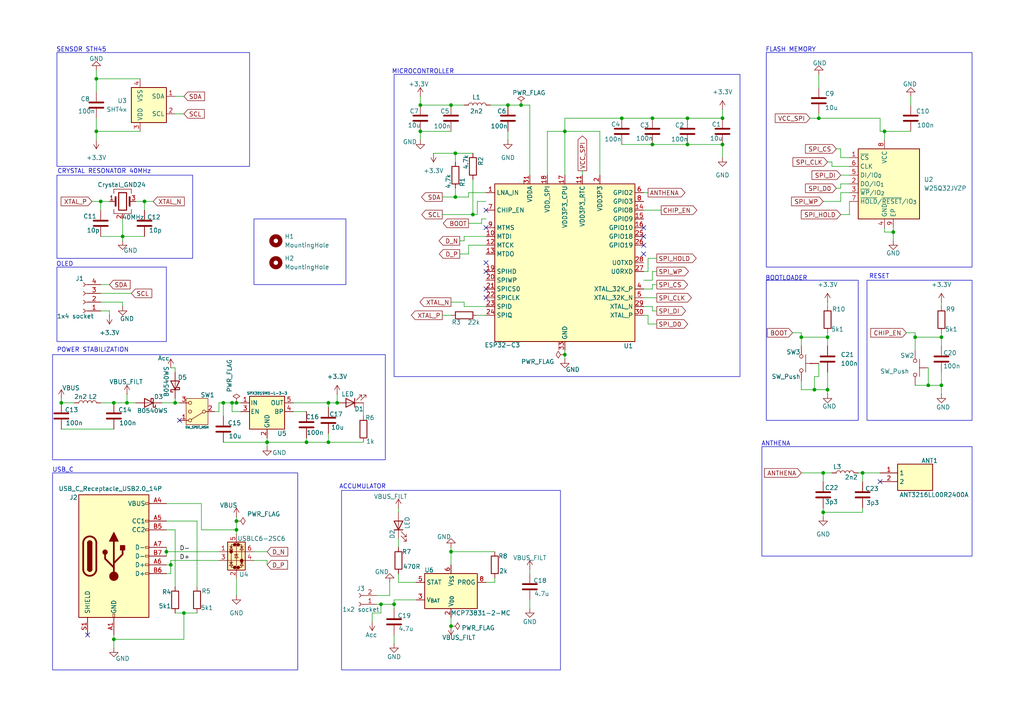
<source format=kicad_sch>
(kicad_sch (version 20250114) (generator "eeschema") (generator_version "9.0")
  (paper "A4")
  (lib_symbols
    (symbol "ANT3216LL00R2400A:ANT3216LL00R2400A"
      (property "Reference" "ANT" (at 16.51 7.62 0))
      (property "Value" "ANT3216LL00R2400A" (at 16.51 5.08 0))
      (symbol "ANT3216LL00R2400A_1_1"
        (pin passive line (at 0 0 0) (length 5.08) (name "1") (number "1"))
        (pin passive line (at 0 -2.54 0) (length 5.08) (name "2") (number "2"))
      )
    )
    (symbol "Battery_Management:MCP73831-2-MC"
      (property "Reference" "U" (at -7.62 6.35 0))
      (property "Value" "MCP73831-2-MC" (at 1.27 6.35 0))
      (symbol "MCP73831-2-MC_1_1"
        (pin input line (at -10.16 -2.54 0) (length 2.54) (name "PROG") (number "8"))
        (pin no_connect line (at -7.62 2.54 0) (length 2.54) (hide yes) (name "NC") (number "7"))
        (pin passive line (at 0 7.62 270) (length 2.54) (hide yes) (name "V_{DD}") (number "1"))
        (pin power_in line (at 0 7.62 270) (length 2.54) (name "V_{DD}") (number "2"))
        (pin power_in line (at 0 -7.62 90) (length 2.54) (name "V_{SS}") (number "6"))
        (pin power_out line (at 10.16 2.54 180) (length 2.54) (name "V_{BAT}") (number "3"))
        (pin passive line (at 10.16 2.54 180) (length 2.54) (hide yes) (name "V_{BAT}") (number "4"))
        (pin tri_state line (at 10.16 -2.54 180) (length 2.54) (name "STAT") (number "5"))
      )
    )
    (symbol "Connector:Conn_01x02_Socket" (pin_names (offset 1.016) (hide yes))
      (property "Reference" "J" (at 0 2.54 0))
      (property "Value" "Conn_01x02_Socket" (at 0 -5.08 0))
      (symbol "Conn_01x02_Socket_1_1"
        (pin passive line (at -5.08 0 0) (length 3.81) (name "Pin_1") (number "1"))
        (pin passive line (at -5.08 -2.54 0) (length 3.81) (name "Pin_2") (number "2"))
      )
    )
    (symbol "Connector:Conn_01x04_Socket" (pin_names (offset 1.016) (hide yes))
      (property "Reference" "J" (at 0 5.08 0))
      (property "Value" "Conn_01x04_Socket" (at 0 -7.62 0))
      (symbol "Conn_01x04_Socket_1_1"
        (pin passive line (at -5.08 2.54 0) (length 3.81) (name "Pin_1") (number "1"))
        (pin passive line (at -5.08 0 0) (length 3.81) (name "Pin_2") (number "2"))
        (pin passive line (at -5.08 -2.54 0) (length 3.81) (name "Pin_3") (number "3"))
        (pin passive line (at -5.08 -5.08 0) (length 3.81) (name "Pin_4") (number "4"))
      )
    )
    (symbol "Connector:USB_C_Receptacle_USB2.0_14P" (pin_names (offset 1.016))
      (property "Reference" "J" (at 0 22.225 0))
      (property "Value" "USB_C_Receptacle_USB2.0_14P" (at 0 19.685 0))
      (symbol "USB_C_Receptacle_USB2.0_14P_1_1"
        (pin passive line (at -7.62 -22.86 90) (length 5.08) (name "SHIELD") (number "S1"))
        (pin passive line (at 0 -22.86 90) (length 5.08) (name "GND") (number "A1"))
        (pin passive line (at 0 -22.86 90) (length 5.08) (hide yes) (name "GND") (number "A12"))
        (pin passive line (at 0 -22.86 90) (length 5.08) (hide yes) (name "GND") (number "B1"))
        (pin passive line (at 0 -22.86 90) (length 5.08) (hide yes) (name "GND") (number "B12"))
        (pin passive line (at 15.24 15.24 180) (length 5.08) (name "VBUS") (number "A4"))
        (pin passive line (at 15.24 15.24 180) (length 5.08) (hide yes) (name "VBUS") (number "A9"))
        (pin passive line (at 15.24 15.24 180) (length 5.08) (hide yes) (name "VBUS") (number "B4"))
        (pin passive line (at 15.24 15.24 180) (length 5.08) (hide yes) (name "VBUS") (number "B9"))
        (pin bidirectional line (at 15.24 10.16 180) (length 5.08) (name "CC1") (number "A5"))
        (pin bidirectional line (at 15.24 7.62 180) (length 5.08) (name "CC2") (number "B5"))
        (pin bidirectional line (at 15.24 2.54 180) (length 5.08) (name "D-") (number "A7"))
        (pin bidirectional line (at 15.24 0 180) (length 5.08) (name "D-") (number "B7"))
        (pin bidirectional line (at 15.24 -2.54 180) (length 5.08) (name "D+") (number "A6"))
        (pin bidirectional line (at 15.24 -5.08 180) (length 5.08) (name "D+") (number "B6"))
      )
    )
    (symbol "Device:C" (pin_numbers (hide yes)) (pin_names (offset 0.254))
      (property "Reference" "C" (at 0.635 2.54 0))
      (property "Value" "C" (at 0.635 -2.54 0))
      (symbol "C_1_1"
        (pin passive line (at 0 3.81 270) (length 2.794) (name "~") (number "1"))
        (pin passive line (at 0 -3.81 90) (length 2.794) (name "~") (number "2"))
      )
    )
    (symbol "Device:Crystal_GND24" (pin_names (offset 1.016) (hide yes))
      (property "Reference" "Y" (at 3.175 5.08 0))
      (property "Value" "Crystal_GND24" (at 3.175 3.175 0))
      (symbol "Crystal_GND24_1_1"
        (pin passive line (at -3.81 0 0) (length 1.27) (name "1") (number "1"))
        (pin passive line (at 0 -5.08 90) (length 1.27) (name "G") (number "2"))
        (pin passive line (at 0 -5.08 90) (length 1.27) (hide yes) (name "G") (number "4"))
        (pin passive line (at 3.81 0 180) (length 1.27) (name "3") (number "3"))
      )
    )
    (symbol "Device:D_Schottky" (pin_numbers (hide yes)) (pin_names (offset 1.016) (hide yes))
      (property "Reference" "D" (at 0 2.54 0))
      (property "Value" "D_Schottky" (at 0 -2.54 0))
      (symbol "D_Schottky_1_1"
        (pin passive line (at -3.81 0 0) (length 2.54) (name "K") (number "1"))
        (pin passive line (at 3.81 0 180) (length 2.54) (name "A") (number "2"))
      )
    )
    (symbol "Device:L" (pin_numbers (hide yes)) (pin_names (offset 1.016) (hide yes))
      (property "Reference" "L" (at -1.27 0 90))
      (property "Value" "L" (at 1.905 0 90))
      (symbol "L_1_1"
        (pin passive line (at 0 3.81 270) (length 1.27) (name "1") (number "1"))
        (pin passive line (at 0 -3.81 90) (length 1.27) (name "2") (number "2"))
      )
    )
    (symbol "Device:LED" (pin_numbers (hide yes)) (pin_names (offset 1.016) (hide yes))
      (property "Reference" "D" (at 0 2.54 0))
      (property "Value" "LED" (at 0 -2.54 0))
      (symbol "LED_1_1"
        (pin passive line (at -3.81 0 0) (length 2.54) (name "K") (number "1"))
        (pin passive line (at 3.81 0 180) (length 2.54) (name "A") (number "2"))
      )
    )
    (symbol "Device:R" (pin_numbers (hide yes)) (pin_names (offset 0))
      (property "Reference" "R" (at 2.032 0 90))
      (property "Value" "R" (at 0 0 90))
      (symbol "R_1_1"
        (pin passive line (at 0 3.81 270) (length 1.27) (name "~") (number "1"))
        (pin passive line (at 0 -3.81 90) (length 1.27) (name "~") (number "2"))
      )
    )
    (symbol "MCU_Espressif:ESP32-C3"
      (property "Reference" "U" (at -17.272 23.876 0))
      (property "Value" "ESP32-C3" (at 16.256 23.876 0))
      (symbol "ESP32-C3_1_1"
        (pin bidirectional line (at -22.86 20.32 0) (length 2.54) (name "GPIO2") (number "6"))
        (pin bidirectional line (at -22.86 17.78 0) (length 2.54) (name "GPIO3") (number "8"))
        (pin bidirectional line (at -22.86 15.24 0) (length 2.54) (name "GPIO8") (number "14"))
        (pin bidirectional line (at -22.86 12.7 0) (length 2.54) (name "GPIO9") (number "15"))
        (pin bidirectional line (at -22.86 10.16 0) (length 2.54) (name "GPIO10") (number "16"))
        (pin bidirectional line (at -22.86 7.62 0) (length 2.54) (name "GPIO18") (number "25"))
        (pin bidirectional line (at -22.86 5.08 0) (length 2.54) (name "GPIO19") (number "26"))
        (pin bidirectional line (at -22.86 0 0) (length 2.54) (name "U0TXD") (number "28"))
        (pin bidirectional line (at -22.86 -2.54 0) (length 2.54) (name "U0RXD") (number "27"))
        (pin bidirectional line (at -22.86 -7.62 0) (length 2.54) (name "XTAL_32K_P") (number "4"))
        (pin bidirectional line (at -22.86 -10.16 0) (length 2.54) (name "XTAL_32K_N") (number "5"))
        (pin bidirectional line (at -22.86 -12.7 0) (length 2.54) (name "XTAL_N") (number "29"))
        (pin bidirectional line (at -22.86 -15.24 0) (length 2.54) (name "XTAL_P") (number "30"))
        (pin power_in line (at -10.16 25.4 270) (length 2.54) (name "VDD3P3") (number "2"))
        (pin passive line (at -10.16 25.4 270) (length 2.54) (hide yes) (name "VDD3P3") (number "3"))
        (pin power_in line (at -5.08 25.4 270) (length 2.54) (name "VDD3P3_RTC") (number "11"))
        (pin power_in line (at 0 25.4 270) (length 2.54) (name "VDD3P3_CPU") (number "17"))
        (pin power_in line (at 0 -25.4 90) (length 2.54) (name "GND") (number "33"))
        (pin power_out line (at 5.08 25.4 270) (length 2.54) (name "VDD_SPI") (number "18"))
        (pin power_in line (at 10.16 25.4 270) (length 2.54) (name "VDDA") (number "31"))
        (pin passive line (at 10.16 25.4 270) (length 2.54) (hide yes) (name "VDDA") (number "32"))
        (pin bidirectional line (at 22.86 20.32 180) (length 2.54) (name "LNA_IN") (number "1"))
        (pin bidirectional line (at 22.86 15.24 180) (length 2.54) (name "CHIP_EN") (number "7"))
        (pin bidirectional line (at 22.86 10.16 180) (length 2.54) (name "MTMS") (number "9"))
        (pin bidirectional line (at 22.86 7.62 180) (length 2.54) (name "MTDI") (number "10"))
        (pin bidirectional line (at 22.86 5.08 180) (length 2.54) (name "MTCK") (number "12"))
        (pin bidirectional line (at 22.86 2.54 180) (length 2.54) (name "MTDO") (number "13"))
        (pin bidirectional line (at 22.86 -2.54 180) (length 2.54) (name "SPIHD") (number "19"))
        (pin bidirectional line (at 22.86 -5.08 180) (length 2.54) (name "SPIWP") (number "20"))
        (pin bidirectional line (at 22.86 -7.62 180) (length 2.54) (name "SPICS0") (number "21"))
        (pin bidirectional line (at 22.86 -10.16 180) (length 2.54) (name "SPICLK") (number "22"))
        (pin bidirectional line (at 22.86 -12.7 180) (length 2.54) (name "SPID") (number "23"))
        (pin bidirectional line (at 22.86 -15.24 180) (length 2.54) (name "SPIQ") (number "24"))
      )
    )
    (symbol "Mechanical:MountingHole" (pin_names (offset 1.016)) (in_bom no)
      (property "Reference" "H" (at 0 5.08 0))
      (property "Value" "MountingHole" (at 0 3.175 0))
    )
    (symbol "Memory_Flash:W25Q32JVZP"
      (property "Reference" "U" (at -6.35 11.43 0))
      (property "Value" "W25Q32JVZP" (at 7.62 11.43 0))
      (symbol "W25Q32JVZP_1_1"
        (pin input line (at -10.16 7.62 0) (length 2.54) (name "~{CS}") (number "1"))
        (pin input line (at -10.16 5.08 0) (length 2.54) (name "CLK") (number "6"))
        (pin bidirectional line (at -10.16 2.54 0) (length 2.54) (name "DI/IO_{0}") (number "5"))
        (pin bidirectional line (at -10.16 0 0) (length 2.54) (name "DO/IO_{1}") (number "2"))
        (pin bidirectional line (at -10.16 -2.54 0) (length 2.54) (name "~{WP}/IO_{2}") (number "3"))
        (pin bidirectional line (at -10.16 -5.08 0) (length 2.54) (name "~{HOLD}/~{RESET}/IO_{3}") (number "7"))
        (pin power_in line (at 0 12.7 270) (length 2.54) (name "VCC") (number "8"))
        (pin power_in line (at 0 -12.7 90) (length 2.54) (name "GND") (number "4"))
        (pin passive line (at 2.54 -12.7 90) (length 2.54) (name "EP") (number "9"))
      )
    )
    (symbol "Power_Protection:USBLC6-2SC6" (pin_names (hide yes))
      (property "Reference" "U" (at 0.635 5.715 0))
      (property "Value" "USBLC6-2SC6" (at 0.635 3.81 0))
      (symbol "USBLC6-2SC6_1_1"
        (pin passive line (at -5.08 0 0) (length 2.54) (name "I/O1") (number "1"))
        (pin passive line (at -5.08 -2.54 0) (length 2.54) (name "I/O2") (number "3"))
        (pin passive line (at 0 5.08 270) (length 2.54) (name "VBUS") (number "5"))
        (pin passive line (at 0 -7.62 90) (length 2.54) (name "GND") (number "2"))
        (pin passive line (at 5.08 0 180) (length 2.54) (name "I/O1") (number "6"))
        (pin passive line (at 5.08 -2.54 180) (length 2.54) (name "I/O2") (number "4"))
      )
    )
    (symbol "Regulator_Linear:SPX3819M5-L-3-3" (pin_names (offset 0.254))
      (property "Reference" "U" (at -3.81 5.715 0))
      (property "Value" "SPX3819M5-L-3-3" (at 0 5.715 0))
      (symbol "SPX3819M5-L-3-3_1_1"
        (pin power_in line (at -7.62 2.54 0) (length 2.54) (name "IN") (number "1"))
        (pin input line (at -7.62 0 0) (length 2.54) (name "EN") (number "3"))
        (pin power_in line (at 0 -7.62 90) (length 2.54) (name "GND") (number "2"))
        (pin power_out line (at 7.62 2.54 180) (length 2.54) (name "OUT") (number "5"))
        (pin input line (at 7.62 0 180) (length 2.54) (name "BP") (number "4"))
      )
    )
    (symbol "SW_Push_1" (pin_numbers (hide yes)) (pin_names (offset 1.016) (hide yes))
      (property "Reference" "SW3" (at -3.302 -4.318 90))
      (property "Value" "SW_Push" (at 3.81 -8.636 90))
      (symbol "SW_Push_1_0_1"
        (pin passive line (at -5.08 0 0) (length 2.54) (name "1") (number "1"))
        (pin passive line (at 5.08 0 180) (length 2.54) (name "2") (number "2"))
      )
      (symbol "SW_Push_1_1_1"
        (pin passive line (at 0 5.08 270) (length 2.54) (name "SH") (number "SH"))
      )
    )
    (symbol "Sensor_Humidity:SHT4x"
      (property "Reference" "U" (at 0 8.89 0))
      (property "Value" "SHT4x" (at 0 6.35 0))
      (symbol "SHT4x_1_1"
        (pin input line (at -7.62 2.54 0) (length 2.54) (name "SCL") (number "2"))
        (pin bidirectional line (at -7.62 -2.54 0) (length 2.54) (name "SDA") (number "1"))
        (pin power_in line (at 2.54 7.62 270) (length 2.54) (name "VDD") (number "3"))
        (pin power_in line (at 2.54 -7.62 90) (length 2.54) (name "VSS") (number "4"))
      )
    )
    (symbol "Switch:SW_Push" (pin_numbers (hide yes)) (pin_names (offset 1.016) (hide yes))
      (property "Reference" "SW2" (at -3.556 -4.318 90))
      (property "Value" "SW_Push" (at 1.016 -10.16 90))
      (symbol "SW_Push_0_1"
        (pin passive line (at -5.08 0 0) (length 2.54) (name "1") (number "1"))
        (pin passive line (at 5.08 0 180) (length 2.54) (name "2") (number "2"))
      )
      (symbol "SW_Push_1_1"
        (pin passive line (at 0 3.81 270) (length 2.54) (name "SH") (number "SH"))
      )
    )
    (symbol "Switch:SW_SPDT_MSM" (pin_names (offset 0) (hide yes))
      (property "Reference" "SW" (at 0 5.08 0))
      (property "Value" "SW_SPDT_MSM" (at 0 -5.08 0))
      (symbol "SW_SPDT_MSM_1_1"
        (pin passive line (at -5.08 0 0) (length 2.54) (name "3") (number "2"))
        (pin passive line (at 5.08 2.54 180) (length 2.54) (name "1") (number "1"))
        (pin passive line (at 5.08 -2.54 180) (length 2.54) (name "4") (number "3"))
      )
    )
    (symbol "power:+3.3V" (power) (pin_numbers (hide yes)) (pin_names (offset 0) (hide yes))
      (property "Value" "+3.3V" (at 0 3.556 0))
      (symbol "+3.3V_1_1"
        (pin power_in line (at 0 0 90) (length 0) (name "~") (number "1"))
      )
    )
    (symbol "power:GND" (power) (pin_numbers (hide yes)) (pin_names (offset 0) (hide yes))
      (property "Value" "GND" (at 0 -3.81 0))
      (symbol "GND_1_1"
        (pin power_in line (at 0 0 270) (length 0) (name "~") (number "1"))
      )
    )
    (symbol "power:PWR_FLAG" (power) (pin_numbers (hide yes)) (pin_names (offset 0) (hide yes))
      (property "Value" "PWR_FLAG" (at 0 3.81 0))
      (symbol "PWR_FLAG_0_0"
        (pin power_out line (at 0 0 90) (length 0) (name "~") (number "1"))
      )
    )
    (symbol "power:VBUS" (power) (pin_numbers (hide yes)) (pin_names (offset 0) (hide yes))
      (property "Value" "VBUS" (at 0 3.556 0))
      (symbol "VBUS_1_1"
        (pin power_in line (at 0 0 90) (length 0) (name "~") (number "1"))
      )
    )
    (symbol "power:VCC" (power) (pin_numbers (hide yes)) (pin_names (offset 0) (hide yes))
      (property "Value" "VCC" (at 0 3.556 0))
      (symbol "VCC_1_1"
        (pin power_in line (at 0 0 90) (length 0) (name "~") (number "1"))
      )
    )
  )
  (rectangle (start 15.24 102.87) (end 111.76 133.35))
  (rectangle (start 16.51 77.47) (end 48.26 99.06))
  (rectangle (start 222.25 81.28) (end 248.92 121.92))
  (rectangle (start 251.46 81.28) (end 281.94 121.92))
  (rectangle (start 16.51 15.24) (end 72.39 48.26))
  (rectangle (start 220.98 129.54) (end 281.94 161.29))
  (rectangle (start 222.25 15.24) (end 281.94 77.47))
  (rectangle (start 16.51 50.8) (end 55.88 74.93))
  (rectangle (start 114.3 21.59) (end 214.63 109.22))
  (rectangle (start 99.06 142.24) (end 162.56 194.31))
  (rectangle (start 15.24 137.16) (end 86.36 194.31))
  (rectangle (start 73.66 63.5) (end 100.33 82.55))
  (text "BOOTLOADER" (at 228.092 80.772 0) (effects (font (size 1.27 1.27))))
  (text "RESET" (at 255.016 80.264 0) (effects (font (size 1.27 1.27))))
  (text "ANTHENA" (at 225.044 128.778 0) (effects (font (size 1.27 1.27))))
  (text "USB_C" (at 18.288 136.398 0) (effects (font (size 1.27 1.27))))
  (text "MICROCONTROLLER" (at 122.682 20.828 0) (effects (font (size 1.27 1.27))))
  (text "CRYSTAL RESONATOR 40MHz" (at 30.226 49.784 0) (effects (font (size 1.27 1.27))))
  (text "OLED" (at 18.796 76.708 0) (effects (font (size 1.27 1.27))))
  (text "FLASH MEMORY" (at 229.362 14.478 0) (effects (font (size 1.27 1.27))))
  (text "POWER STABILIZATION" (at 26.924 101.6 0) (effects (font (size 1.27 1.27))))
  (text "SENSOR STH45" (at 23.622 14.478 0) (effects (font (size 1.27 1.27))))
  (text "ACCUMULATOR" (at 105.156 141.224 0) (effects (font (size 1.27 1.27))))
  (junction (at 189.23 41.91))
  (junction (at 67.31 116.84))
  (junction (at 199.39 34.29))
  (junction (at 35.56 68.58))
  (junction (at 189.23 34.29))
  (junction (at 27.94 22.86))
  (junction (at 137.16 62.23))
  (junction (at 151.13 30.48))
  (junction (at 238.76 148.59))
  (junction (at 130.81 30.48))
  (junction (at 250.19 137.16))
  (junction (at 121.92 30.48))
  (junction (at 209.55 34.29))
  (junction (at 199.39 41.91))
  (junction (at 36.83 116.84))
  (junction (at 88.9 128.27))
  (junction (at 232.41 97.79))
  (junction (at 29.21 58.42))
  (junction (at 240.03 97.79))
  (junction (at 163.83 102.87))
  (junction (at 33.02 116.84))
  (junction (at 48.26 160.02))
  (junction (at 49.53 163.83))
  (junction (at 259.08 67.31))
  (junction (at 97.79 116.84))
  (junction (at 132.08 57.15))
  (junction (at 95.25 116.84))
  (junction (at 236.22 113.03))
  (junction (at 41.91 58.42))
  (junction (at 238.76 137.16))
  (junction (at 147.32 30.48))
  (junction (at 269.24 111.76))
  (junction (at 265.43 97.79))
  (junction (at 17.78 116.84))
  (junction (at 114.3 175.26))
  (junction (at 77.47 128.27))
  (junction (at 110.49 175.26))
  (junction (at 256.54 38.1))
  (junction (at 209.55 41.91))
  (junction (at 130.81 160.02))
  (junction (at 68.58 116.84))
  (junction (at 273.05 97.79))
  (junction (at 64.77 116.84))
  (junction (at 132.08 44.45))
  (junction (at 180.34 34.29))
  (junction (at 27.94 38.1))
  (junction (at 53.34 177.8))
  (junction (at 121.92 38.1))
  (junction (at 237.49 34.29))
  (junction (at 273.05 111.76))
  (junction (at 68.58 151.13))
  (junction (at 130.81 181.61))
  (junction (at 163.83 38.1))
  (junction (at 33.02 185.42))
  (junction (at 240.03 113.03))
  (junction (at 95.25 128.27))
  (junction (at 68.58 153.67))
  (junction (at 50.8 116.84))
  (no_connect (at 186.69 68.58))
  (no_connect (at 140.97 78.74))
  (no_connect (at 140.97 76.2))
  (no_connect (at 186.69 71.12))
  (no_connect (at 140.97 83.82))
  (no_connect (at 52.07 121.92))
  (no_connect (at 186.69 66.04))
  (no_connect (at 140.97 66.04))
  (no_connect (at 255.27 139.7))
  (no_connect (at 140.97 86.36))
  (no_connect (at 140.97 60.96))
  (no_connect (at 25.4 184.15))
  (no_connect (at 186.69 73.66))
  (wire (pts (xy 255.27 38.1) (xy 255.27 34.29)))
  (wire (pts (xy 134.62 68.58) (xy 134.62 69.85)))
  (wire (pts (xy 153.67 173.99) (xy 153.67 176.53)))
  (wire (pts (xy 199.39 34.29) (xy 209.55 34.29)))
  (wire (pts (xy 273.05 96.52) (xy 273.05 97.79)))
  (wire (pts (xy 77.47 127) (xy 77.47 128.27)))
  (wire (pts (xy 139.7 63.5) (xy 140.97 63.5)))
  (wire (pts (xy 259.08 67.31) (xy 259.08 69.85)))
  (wire (pts (xy 137.16 52.07) (xy 137.16 62.23)))
  (wire (pts (xy 139.7 64.77) (xy 139.7 63.5)))
  (wire (pts (xy 237.49 105.41) (xy 237.49 109.22)))
  (wire (pts (xy 255.27 38.1) (xy 256.54 38.1)))
  (wire (pts (xy 255.27 34.29) (xy 237.49 34.29)))
  (wire (pts (xy 73.66 162.56) (xy 77.47 162.56)))
  (wire (pts (xy 265.43 111.76) (xy 269.24 111.76)))
  (wire (pts (xy 40.64 22.86) (xy 27.94 22.86)))
  (wire (pts (xy 17.78 124.46) (xy 33.02 124.46)))
  (wire (pts (xy 246.38 48.26) (xy 241.3 48.26)))
  (wire (pts (xy 163.83 102.87) (xy 163.83 104.14)))
  (wire (pts (xy 232.41 113.03) (xy 232.41 110.49)))
  (wire (pts (xy 269.24 111.76) (xy 273.05 111.76)))
  (wire (pts (xy 180.34 41.91) (xy 189.23 41.91)))
  (wire (pts (xy 189.23 90.17) (xy 190.5 90.17)))
  (wire (pts (xy 115.57 168.91) (xy 120.65 168.91)))
  (wire (pts (xy 50.8 106.68) (xy 50.8 107.95)))
  (wire (pts (xy 107.95 180.34) (xy 107.95 177.8)))
  (wire (pts (xy 273.05 97.79) (xy 273.05 100.33)))
  (wire (pts (xy 63.5 119.38) (xy 63.5 116.84)))
  (wire (pts (xy 189.23 34.29) (xy 199.39 34.29)))
  (wire (pts (xy 140.97 68.58) (xy 134.62 68.58)))
  (wire (pts (xy 132.08 54.61) (xy 132.08 57.15)))
  (wire (pts (xy 115.57 166.37) (xy 115.57 168.91)))
  (wire (pts (xy 248.92 137.16) (xy 250.19 137.16)))
  (wire (pts (xy 63.5 160.02) (xy 48.26 160.02)))
  (wire (pts (xy 209.55 41.91) (xy 209.55 45.72)))
  (wire (pts (xy 135.89 71.12) (xy 135.89 73.66)))
  (wire (pts (xy 256.54 38.1) (xy 256.54 40.64)))
  (wire (pts (xy 77.47 160.02) (xy 73.66 160.02)))
  (wire (pts (xy 85.09 116.84) (xy 95.25 116.84)))
  (wire (pts (xy 135.89 55.88) (xy 140.97 55.88)))
  (wire (pts (xy 27.94 38.1) (xy 27.94 40.64)))
  (wire (pts (xy 130.81 30.48) (xy 134.62 30.48)))
  (wire (pts (xy 39.37 58.42) (xy 41.91 58.42)))
  (wire (pts (xy 140.97 71.12) (xy 135.89 71.12)))
  (wire (pts (xy 186.69 60.96) (xy 191.77 60.96)))
  (wire (pts (xy 158.75 38.1) (xy 158.75 50.8)))
  (wire (pts (xy 243.84 53.34) (xy 243.84 54.61)))
  (wire (pts (xy 109.22 172.72) (xy 113.03 172.72)))
  (wire (pts (xy 50.8 116.84) (xy 52.07 116.84)))
  (wire (pts (xy 180.34 34.29) (xy 189.23 34.29)))
  (wire (pts (xy 36.83 114.3) (xy 36.83 116.84)))
  (wire (pts (xy 243.84 54.61) (xy 242.57 54.61)))
  (wire (pts (xy 48.26 153.67) (xy 50.8 153.67)))
  (wire (pts (xy 243.84 55.88) (xy 246.38 55.88)))
  (wire (pts (xy 147.32 38.1) (xy 147.32 40.64)))
  (wire (pts (xy 31.75 90.17) (xy 31.75 91.44)))
  (wire (pts (xy 189.23 78.74) (xy 189.23 81.28)))
  (wire (pts (xy 163.83 38.1) (xy 163.83 34.29)))
  (wire (pts (xy 114.3 184.15) (xy 114.3 186.69)))
  (wire (pts (xy 77.47 128.27) (xy 88.9 128.27)))
  (wire (pts (xy 50.8 177.8) (xy 53.34 177.8)))
  (wire (pts (xy 246.38 62.23) (xy 243.84 62.23)))
  (wire (pts (xy 237.49 109.22) (xy 236.22 109.22)))
  (wire (pts (xy 168.91 49.53) (xy 168.91 50.8)))
  (wire (pts (xy 62.23 119.38) (xy 63.5 119.38)))
  (wire (pts (xy 53.34 177.8) (xy 53.34 185.42)))
  (wire (pts (xy 250.19 137.16) (xy 255.27 137.16)))
  (wire (pts (xy 63.5 116.84) (xy 64.77 116.84)))
  (wire (pts (xy 163.83 34.29) (xy 180.34 34.29)))
  (wire (pts (xy 173.99 38.1) (xy 173.99 50.8)))
  (wire (pts (xy 50.8 115.57) (xy 50.8 116.84)))
  (wire (pts (xy 33.02 184.15) (xy 33.02 185.42)))
  (wire (pts (xy 50.8 27.94) (xy 53.34 27.94)))
  (wire (pts (xy 57.15 151.13) (xy 57.15 170.18)))
  (wire (pts (xy 26.67 58.42) (xy 29.21 58.42)))
  (wire (pts (xy 27.94 22.86) (xy 27.94 26.67)))
  (wire (pts (xy 240.03 87.63) (xy 240.03 88.9)))
  (wire (pts (xy 246.38 58.42) (xy 246.38 62.23)))
  (wire (pts (xy 240.03 96.52) (xy 240.03 97.79)))
  (wire (pts (xy 135.89 55.88) (xy 135.89 57.15)))
  (wire (pts (xy 121.92 27.94) (xy 121.92 30.48)))
  (wire (pts (xy 48.26 146.05) (xy 58.42 146.05)))
  (wire (pts (xy 35.56 68.58) (xy 35.56 69.85)))
  (wire (pts (xy 130.81 160.02) (xy 130.81 163.83)))
  (wire (pts (xy 33.02 185.42) (xy 33.02 187.96)))
  (wire (pts (xy 48.26 151.13) (xy 57.15 151.13)))
  (wire (pts (xy 105.41 128.27) (xy 95.25 128.27)))
  (wire (pts (xy 48.26 160.02) (xy 48.26 161.29)))
  (wire (pts (xy 50.8 33.02) (xy 53.34 33.02)))
  (wire (pts (xy 273.05 97.79) (xy 265.43 97.79)))
  (wire (pts (xy 243.84 50.8) (xy 246.38 50.8)))
  (wire (pts (xy 113.03 168.91) (xy 113.03 172.72)))
  (wire (pts (xy 120.65 173.99) (xy 114.3 173.99)))
  (wire (pts (xy 27.94 38.1) (xy 27.94 34.29)))
  (wire (pts (xy 189.23 81.28) (xy 186.69 81.28)))
  (wire (pts (xy 189.23 88.9) (xy 186.69 88.9)))
  (wire (pts (xy 232.41 113.03) (xy 236.22 113.03)))
  (wire (pts (xy 232.41 96.52) (xy 232.41 97.79)))
  (wire (pts (xy 35.56 68.58) (xy 41.91 68.58)))
  (wire (pts (xy 238.76 58.42) (xy 243.84 58.42)))
  (wire (pts (xy 110.49 177.8) (xy 110.49 175.26)))
  (wire (pts (xy 264.16 27.94) (xy 264.16 30.48)))
  (wire (pts (xy 236.22 113.03) (xy 240.03 113.03)))
  (wire (pts (xy 29.21 58.42) (xy 29.21 60.96)))
  (wire (pts (xy 163.83 38.1) (xy 173.99 38.1)))
  (wire (pts (xy 41.91 58.42) (xy 41.91 60.96)))
  (wire (pts (xy 186.69 83.82) (xy 189.23 83.82)))
  (wire (pts (xy 109.22 175.26) (xy 110.49 175.26)))
  (wire (pts (xy 140.97 88.9) (xy 134.62 88.9)))
  (wire (pts (xy 142.24 30.48) (xy 147.32 30.48)))
  (wire (pts (xy 29.21 87.63) (xy 35.56 87.63)))
  (wire (pts (xy 264.16 38.1) (xy 256.54 38.1)))
  (wire (pts (xy 189.23 41.91) (xy 199.39 41.91)))
  (wire (pts (xy 67.31 116.84) (xy 68.58 116.84)))
  (wire (pts (xy 243.84 43.18) (xy 242.57 43.18)))
  (wire (pts (xy 63.5 162.56) (xy 49.53 162.56)))
  (wire (pts (xy 138.43 58.42) (xy 140.97 58.42)))
  (wire (pts (xy 29.21 58.42) (xy 31.75 58.42)))
  (wire (pts (xy 243.84 45.72) (xy 243.84 43.18)))
  (wire (pts (xy 121.92 38.1) (xy 130.81 38.1)))
  (wire (pts (xy 236.22 109.22) (xy 236.22 113.03)))
  (wire (pts (xy 64.77 128.27) (xy 77.47 128.27)))
  (wire (pts (xy 17.78 116.84) (xy 21.59 116.84)))
  (wire (pts (xy 95.25 125.73) (xy 95.25 128.27)))
  (wire (pts (xy 29.21 85.09) (xy 38.1 85.09)))
  (wire (pts (xy 232.41 137.16) (xy 238.76 137.16)))
  (wire (pts (xy 33.02 116.84) (xy 36.83 116.84)))
  (wire (pts (xy 240.03 97.79) (xy 232.41 97.79)))
  (wire (pts (xy 241.3 46.99) (xy 240.03 46.99)))
  (wire (pts (xy 135.89 57.15) (xy 132.08 57.15)))
  (wire (pts (xy 58.42 153.67) (xy 68.58 153.67)))
  (wire (pts (xy 243.84 58.42) (xy 243.84 55.88)))
  (wire (pts (xy 234.95 34.29) (xy 237.49 34.29)))
  (wire (pts (xy 29.21 82.55) (xy 31.75 82.55)))
  (wire (pts (xy 187.96 74.93) (xy 187.96 78.74)))
  (wire (pts (xy 237.49 34.29) (xy 237.49 33.02)))
  (wire (pts (xy 238.76 148.59) (xy 238.76 149.86)))
  (wire (pts (xy 189.23 90.17) (xy 189.23 88.9)))
  (wire (pts (xy 35.56 87.63) (xy 35.56 88.9)))
  (wire (pts (xy 114.3 175.26) (xy 114.3 176.53)))
  (wire (pts (xy 64.77 116.84) (xy 67.31 116.84)))
  (wire (pts (xy 125.73 44.45) (xy 132.08 44.45)))
  (wire (pts (xy 190.5 74.93) (xy 187.96 74.93)))
  (wire (pts (xy 273.05 111.76) (xy 273.05 114.3)))
  (wire (pts (xy 265.43 96.52) (xy 265.43 97.79)))
  (wire (pts (xy 132.08 44.45) (xy 132.08 46.99)))
  (wire (pts (xy 250.19 137.16) (xy 250.19 139.7)))
  (wire (pts (xy 187.96 93.98) (xy 187.96 91.44)))
  (wire (pts (xy 250.19 147.32) (xy 250.19 148.59)))
  (wire (pts (xy 85.09 119.38) (xy 88.9 119.38)))
  (wire (pts (xy 237.49 21.59) (xy 237.49 25.4)))
  (wire (pts (xy 134.62 87.63) (xy 130.81 87.63)))
  (wire (pts (xy 238.76 137.16) (xy 241.3 137.16)))
  (wire (pts (xy 187.96 91.44) (xy 186.69 91.44)))
  (wire (pts (xy 29.21 116.84) (xy 33.02 116.84)))
  (wire (pts (xy 29.21 68.58) (xy 35.56 68.58)))
  (wire (pts (xy 256.54 67.31) (xy 259.08 67.31)))
  (wire (pts (xy 115.57 156.21) (xy 115.57 158.75)))
  (wire (pts (xy 48.26 160.02) (xy 48.26 158.75)))
  (wire (pts (xy 35.56 63.5) (xy 35.56 68.58)))
  (wire (pts (xy 241.3 48.26) (xy 241.3 46.99)))
  (wire (pts (xy 151.13 30.48) (xy 153.67 30.48)))
  (wire (pts (xy 29.21 90.17) (xy 31.75 90.17)))
  (wire (pts (xy 262.89 96.52) (xy 265.43 96.52)))
  (wire (pts (xy 69.85 119.38) (xy 67.31 119.38)))
  (wire (pts (xy 186.69 55.88) (xy 187.96 55.88)))
  (wire (pts (xy 269.24 106.68) (xy 269.24 111.76)))
  (wire (pts (xy 49.53 162.56) (xy 49.53 163.83)))
  (wire (pts (xy 53.34 177.8) (xy 57.15 177.8)))
  (wire (pts (xy 41.91 58.42) (xy 44.45 58.42)))
  (wire (pts (xy 121.92 30.48) (xy 130.81 30.48)))
  (wire (pts (xy 137.16 62.23) (xy 138.43 62.23)))
  (wire (pts (xy 49.53 163.83) (xy 48.26 163.83)))
  (wire (pts (xy 121.92 38.1) (xy 121.92 40.64)))
  (wire (pts (xy 158.75 38.1) (xy 163.83 38.1)))
  (wire (pts (xy 88.9 127) (xy 88.9 128.27)))
  (wire (pts (xy 115.57 148.59) (xy 115.57 147.32)))
  (wire (pts (xy 68.58 167.64) (xy 68.58 172.72)))
  (wire (pts (xy 68.58 149.86) (xy 68.58 151.13)))
  (wire (pts (xy 163.83 38.1) (xy 163.83 50.8)))
  (wire (pts (xy 50.8 153.67) (xy 50.8 170.18)))
  (wire (pts (xy 153.67 165.1) (xy 153.67 166.37)))
  (wire (pts (xy 49.53 166.37) (xy 49.53 163.83)))
  (wire (pts (xy 68.58 153.67) (xy 68.58 154.94)))
  (wire (pts (xy 240.03 113.03) (xy 240.03 114.3)))
  (wire (pts (xy 105.41 120.65) (xy 105.41 116.84)))
  (wire (pts (xy 189.23 82.55) (xy 190.5 82.55)))
  (wire (pts (xy 134.62 88.9) (xy 134.62 87.63)))
  (wire (pts (xy 273.05 107.95) (xy 273.05 111.76)))
  (wire (pts (xy 246.38 53.34) (xy 243.84 53.34)))
  (wire (pts (xy 138.43 91.44) (xy 140.97 91.44)))
  (wire (pts (xy 189.23 82.55) (xy 189.23 83.82)))
  (wire (pts (xy 256.54 66.04) (xy 256.54 67.31)))
  (wire (pts (xy 199.39 41.91) (xy 209.55 41.91)))
  (wire (pts (xy 232.41 97.79) (xy 232.41 100.33)))
  (wire (pts (xy 114.3 173.99) (xy 114.3 175.26)))
  (wire (pts (xy 187.96 93.98) (xy 190.5 93.98)))
  (wire (pts (xy 187.96 78.74) (xy 186.69 78.74)))
  (wire (pts (xy 128.27 62.23) (xy 137.16 62.23)))
  (wire (pts (xy 132.08 57.15) (xy 128.27 57.15)))
  (wire (pts (xy 190.5 86.36) (xy 186.69 86.36)))
  (wire (pts (xy 238.76 137.16) (xy 238.76 139.7)))
  (wire (pts (xy 138.43 58.42) (xy 138.43 62.23)))
  (wire (pts (xy 130.81 179.07) (xy 130.81 181.61)))
  (wire (pts (xy 143.51 168.91) (xy 143.51 167.64)))
  (wire (pts (xy 259.08 67.31) (xy 259.08 66.04)))
  (wire (pts (xy 95.25 116.84) (xy 95.25 118.11)))
  (wire (pts (xy 68.58 151.13) (xy 68.58 153.67)))
  (wire (pts (xy 190.5 78.74) (xy 189.23 78.74)))
  (wire (pts (xy 130.81 160.02) (xy 143.51 160.02)))
  (wire (pts (xy 36.83 116.84) (xy 39.37 116.84)))
  (wire (pts (xy 134.62 69.85) (xy 133.35 69.85)))
  (wire (pts (xy 33.02 185.42) (xy 53.34 185.42)))
  (wire (pts (xy 209.55 31.75) (xy 209.55 34.29)))
  (wire (pts (xy 240.03 97.79) (xy 240.03 100.33)))
  (wire (pts (xy 265.43 97.79) (xy 265.43 101.6)))
  (wire (pts (xy 135.89 64.77) (xy 139.7 64.77)))
  (wire (pts (xy 147.32 30.48) (xy 151.13 30.48)))
  (wire (pts (xy 135.89 73.66) (xy 133.35 73.66)))
  (wire (pts (xy 238.76 147.32) (xy 238.76 148.59)))
  (wire (pts (xy 132.08 44.45) (xy 137.16 44.45)))
  (wire (pts (xy 153.67 50.8) (xy 153.67 30.48)))
  (wire (pts (xy 240.03 107.95) (xy 240.03 113.03)))
  (wire (pts (xy 107.95 177.8) (xy 110.49 177.8)))
  (wire (pts (xy 128.27 91.44) (xy 130.81 91.44)))
  (wire (pts (xy 67.31 119.38) (xy 67.31 116.84)))
  (wire (pts (xy 97.79 114.3) (xy 97.79 116.84)))
  (wire (pts (xy 68.58 116.84) (xy 69.85 116.84)))
  (wire (pts (xy 130.81 158.75) (xy 130.81 160.02)))
  (wire (pts (xy 27.94 20.32) (xy 27.94 22.86)))
  (wire (pts (xy 77.47 128.27) (xy 77.47 129.54)))
  (wire (pts (xy 40.64 38.1) (xy 27.94 38.1)))
  (wire (pts (xy 163.83 101.6) (xy 163.83 102.87)))
  (wire (pts (xy 140.97 168.91) (xy 143.51 168.91)))
  (wire (pts (xy 17.78 115.57) (xy 17.78 116.84)))
  (wire (pts (xy 58.42 153.67) (xy 58.42 146.05)))
  (wire (pts (xy 48.26 166.37) (xy 49.53 166.37)))
  (wire (pts (xy 273.05 87.63) (xy 273.05 88.9)))
  (wire (pts (xy 77.47 162.56) (xy 77.47 163.83)))
  (wire (pts (xy 64.77 120.65) (xy 64.77 116.84)))
  (wire (pts (xy 238.76 148.59) (xy 250.19 148.59)))
  (wire (pts (xy 46.99 116.84) (xy 50.8 116.84)))
  (wire (pts (xy 229.87 96.52) (xy 232.41 96.52)))
  (wire (pts (xy 88.9 128.27) (xy 95.25 128.27)))
  (wire (pts (xy 95.25 116.84) (xy 97.79 116.84)))
  (wire (pts (xy 110.49 175.26) (xy 114.3 175.26)))
  (wire (pts (xy 49.53 106.68) (xy 50.8 106.68)))
  (wire (pts (xy 246.38 45.72) (xy 243.84 45.72)))
  (label "D+" (at 52.07 162.56 0))
  (label "D-" (at 52.07 160.02 0))
  (global_label "D_P" (shape input) (at 77.47 163.83 0) (property "Intersheetrefs" "${INTERSHEET_REFS}" (effects (hide yes))))
  (global_label "SDA" (shape input) (at 31.75 82.55 0) (property "Intersheetrefs" "${INTERSHEET_REFS}" (effects (hide yes))))
  (global_label "SDA" (shape input) (at 53.34 27.94 0) (property "Intersheetrefs" "${INTERSHEET_REFS}" (effects (hide yes))))
  (global_label "SPI_CLK" (shape output) (at 190.5 86.36 0) (property "Intersheetrefs" "${INTERSHEET_REFS}" (effects (hide yes))))
  (global_label "BOOT" (shape output) (at 135.89 64.77 180) (property "Intersheetrefs" "${INTERSHEET_REFS}" (effects (hide yes))))
  (global_label "SPI_CS" (shape input) (at 242.57 43.18 180) (property "Intersheetrefs" "${INTERSHEET_REFS}" (effects (hide yes))))
  (global_label "SCL" (shape input) (at 38.1 85.09 0) (property "Intersheetrefs" "${INTERSHEET_REFS}" (effects (hide yes))))
  (global_label "SPI_HOLD" (shape input) (at 243.84 62.23 180) (property "Intersheetrefs" "${INTERSHEET_REFS}" (effects (hide yes))))
  (global_label "SPI_DI" (shape output) (at 190.5 90.17 0) (property "Intersheetrefs" "${INTERSHEET_REFS}" (effects (hide yes))))
  (global_label "SCL" (shape output) (at 128.27 62.23 180) (property "Intersheetrefs" "${INTERSHEET_REFS}" (effects (hide yes))))
  (global_label "VCC_SPI" (shape output) (at 168.91 49.53 90) (property "Intersheetrefs" "${INTERSHEET_REFS}" (effects (hide yes))))
  (global_label "D_N" (shape input) (at 77.47 160.02 0) (property "Intersheetrefs" "${INTERSHEET_REFS}" (effects (hide yes))))
  (global_label "SPI_WP" (shape output) (at 190.5 78.74 0) (property "Intersheetrefs" "${INTERSHEET_REFS}" (effects (hide yes))))
  (global_label "D_N" (shape output) (at 133.35 69.85 180) (property "Intersheetrefs" "${INTERSHEET_REFS}" (effects (hide yes))))
  (global_label "XTAL_N" (shape output) (at 130.81 87.63 180) (property "Intersheetrefs" "${INTERSHEET_REFS}" (effects (hide yes))))
  (global_label "ANTHENA" (shape input) (at 232.41 137.16 180) (property "Intersheetrefs" "${INTERSHEET_REFS}" (effects (hide yes))))
  (global_label "SPI_D0" (shape output) (at 190.5 93.98 0) (property "Intersheetrefs" "${INTERSHEET_REFS}" (effects (hide yes))))
  (global_label "SCL" (shape input) (at 53.34 33.02 0) (property "Intersheetrefs" "${INTERSHEET_REFS}" (effects (hide yes))))
  (global_label "XTAL_N" (shape input) (at 44.45 58.42 0) (property "Intersheetrefs" "${INTERSHEET_REFS}" (effects (hide yes))))
  (global_label "BOOT" (shape input) (at 229.87 96.52 180) (property "Intersheetrefs" "${INTERSHEET_REFS}" (effects (hide yes))))
  (global_label "SDA" (shape output) (at 128.27 57.15 180) (property "Intersheetrefs" "${INTERSHEET_REFS}" (effects (hide yes))))
  (global_label "SPI_HOLD" (shape output) (at 190.5 74.93 0) (property "Intersheetrefs" "${INTERSHEET_REFS}" (effects (hide yes))))
  (global_label "SPI_WP" (shape input) (at 238.76 58.42 180) (property "Intersheetrefs" "${INTERSHEET_REFS}" (effects (hide yes))))
  (global_label "XTAL_P" (shape output) (at 128.27 91.44 180) (property "Intersheetrefs" "${INTERSHEET_REFS}" (effects (hide yes))))
  (global_label "VCC_SPI" (shape input) (at 234.95 34.29 180) (property "Intersheetrefs" "${INTERSHEET_REFS}" (effects (hide yes))))
  (global_label "CHIP_EN" (shape output) (at 191.77 60.96 0) (property "Intersheetrefs" "${INTERSHEET_REFS}" (effects (hide yes))))
  (global_label "D_P" (shape output) (at 133.35 73.66 180) (property "Intersheetrefs" "${INTERSHEET_REFS}" (effects (hide yes))))
  (global_label "SPI_D0" (shape input) (at 242.57 54.61 180) (property "Intersheetrefs" "${INTERSHEET_REFS}" (effects (hide yes))))
  (global_label "SPI_CS" (shape output) (at 190.5 82.55 0) (property "Intersheetrefs" "${INTERSHEET_REFS}" (effects (hide yes))))
  (global_label "CHIP_EN" (shape input) (at 262.89 96.52 180) (property "Intersheetrefs" "${INTERSHEET_REFS}" (effects (hide yes))))
  (global_label "SPI_CLK" (shape input) (at 240.03 46.99 180) (property "Intersheetrefs" "${INTERSHEET_REFS}" (effects (hide yes))))
  (global_label "ANTHENA" (shape output) (at 187.96 55.88 0) (property "Intersheetrefs" "${INTERSHEET_REFS}" (effects (hide yes))))
  (global_label "SPI_DI" (shape input) (at 243.84 50.8 180) (property "Intersheetrefs" "${INTERSHEET_REFS}" (effects (hide yes))))
  (global_label "XTAL_P" (shape input) (at 26.67 58.42 180) (property "Intersheetrefs" "${INTERSHEET_REFS}" (effects (hide yes))))
  (symbol (lib_id "Device:R") (at 105.41 124.46 0) (unit 1)
    (property "Reference" "R6" (at 105.918 121.158 0) (effects (justify left)))
    (property "Value" "1k" (at 106.172 128.016 0) (effects (justify left)))
    (property "Footprint" "Resistor_SMD:R_0402_1005Metric" (effects (hide yes)))
    (property "Description" "Resistor" (effects (hide yes)))
    (property "LCSC" "C173697" (effects (hide yes)))
  )
  (symbol (lib_id "power:GND") (at 35.56 69.85 0) (unit 1)
    (property "Reference" "#PWR014" (effects (hide yes)))
    (property "Value" "GND" (at 37.846 72.644 0))
    (property "Description" "Power symbol creates a global label with name \"GND\" , ground" (effects (hide yes)))
  )
  (symbol (lib_id "Device:L") (at 245.11 137.16 90) (unit 1)
    (property "Reference" "L3" (at 242.824 135.382 90))
    (property "Value" "2n2" (at 246.888 138.43 90))
    (property "Footprint" "Inductor_SMD:L_0402_1005Metric" (effects (hide yes)))
    (property "Description" "Inductor" (effects (hide yes)))
    (property "LCSC" "C76790" (effects (hide yes)))
  )
  (symbol (lib_id "power:GND") (at 113.03 168.91 180) (unit 1)
    (property "Reference" "#PWR024" (effects (hide yes)))
    (property "Value" "GND" (at 110.744 165.862 0))
    (property "Description" "Power symbol creates a global label with name \"GND\" , ground" (effects (hide yes)))
  )
  (symbol (lib_id "power:GND") (at 264.16 27.94 180) (unit 1)
    (property "Reference" "#PWR09" (effects (hide yes)))
    (property "Value" "GND" (at 263.906 24.384 0))
    (property "Description" "Power symbol creates a global label with name \"GND\" , ground" (effects (hide yes)))
  )
  (symbol (lib_id "Device:C") (at 17.78 120.65 0) (unit 1)
    (property "Reference" "C13" (at 18.796 118.872 0) (effects (justify left)))
    (property "Value" "100n" (at 19.05 122.682 0) (effects (justify left)))
    (property "Footprint" "Capacitor_SMD:C_0402_1005Metric" (effects (hide yes)))
    (property "Description" "Unpolarized capacitor" (effects (hide yes)))
    (property "LCSC" "C1525" (effects (hide yes)))
  )
  (symbol (lib_id "Switch:SW_Push") (at 265.43 106.68 270) (unit 1)
    (property "Reference" "SW2" (at 261.112 103.124 90) (effects (justify left)))
    (property "Value" "SW_Push" (at 255.27 107.696 90) (effects (justify left)))
    (property "Footprint" "Button_Switch_SMD:SW_Push_1P1T-SH_NO_CK_KMR2xxG" (effects (hide yes)))
    (property "Description" "Push button switch, generic, two pins" (effects (hide yes)))
    (property "LCSC" "C72443" (effects (hide yes)))
  )
  (symbol (lib_id "power:VBUS") (at 36.83 114.3 0) (unit 1)
    (property "Reference" "#PWR020" (effects (hide yes)))
    (property "Value" "VBUS_FILT" (at 36.576 110.744 0))
    (property "Description" "Power symbol creates a global label with name \"VBUS\"" (effects (hide yes)))
  )
  (symbol (lib_id "Connector:Conn_01x04_Socket") (at 24.13 87.63 180) (unit 1) (in_bom no)
    (property "Reference" "J1" (at 23.114 80.772 0))
    (property "Value" "1x4 socket" (at 21.844 91.694 0))
    (property "Footprint" "Connector_PinSocket_2.54mm:PinSocket_1x04_P2.54mm_Vertical" (effects (hide yes)))
    (property "Description" "Generic connector, single row, 01x04, script generated" (effects (hide yes)))
  )
  (symbol (lib_id "Device:C") (at 121.92 34.29 180) (unit 1)
    (property "Reference" "C7" (at 120.142 32.258 0))
    (property "Value" "10u" (at 120.142 36.322 0))
    (property "Footprint" "Capacitor_SMD:C_0402_1005Metric" (effects (hide yes)))
    (property "Description" "Unpolarized capacitor" (effects (hide yes)))
    (property "LCSC" "C15525" (effects (hide yes)))
  )
  (symbol (lib_id "Device:C") (at 33.02 120.65 0) (unit 1)
    (property "Reference" "C14" (at 34.29 118.872 0) (effects (justify left)))
    (property "Value" "100n" (at 34.544 122.682 0) (effects (justify left)))
    (property "Footprint" "Capacitor_SMD:C_0402_1005Metric" (effects (hide yes)))
    (property "Description" "Unpolarized capacitor" (effects (hide yes)))
    (property "LCSC" "C1525" (effects (hide yes)))
  )
  (symbol (lib_id "Device:C") (at 237.49 29.21 0) (unit 1)
    (property "Reference" "C9" (at 239.268 27.178 0) (effects (justify left)))
    (property "Value" "10u" (at 239.268 31.242 0) (effects (justify left)))
    (property "Footprint" "Capacitor_SMD:C_0402_1005Metric" (effects (hide yes)))
    (property "Description" "Unpolarized capacitor" (effects (hide yes)))
    (property "LCSC" "C15525" (effects (hide yes)))
  )
  (symbol (lib_id "Power_Protection:USBLC6-2SC6") (at 68.58 160.02 0) (unit 1)
    (property "Reference" "U4" (at 69.342 166.624 0) (effects (justify left)))
    (property "Value" "USBLC6-2SC6" (at 68.834 156.21 0) (effects (justify left)))
    (property "Footprint" "Package_TO_SOT_SMD:SOT-23-6" (effects (hide yes)))
    (property "Datasheet" "https://www.st.com/resource/en/datasheet/usblc6-2.pdf" (effects (hide yes)))
    (property "Description" "Very low capacitance ESD protection diode, 2 data-line, SOT-23-6" (effects (hide yes)))
    (property "LCSC" "C7519" (effects (hide yes)))
  )
  (symbol (lib_id "Memory_Flash:W25Q32JVZP") (at 256.54 53.34 0) (unit 1)
    (property "Reference" "U2" (at 267.97 52.0699 0) (effects (justify left)))
    (property "Value" "W25Q32JVZP" (at 267.97 54.6099 0) (effects (justify left)))
    (property "Footprint" "Package_SON:WSON-8-1EP_6x5mm_P1.27mm_EP3.4x4.3mm" (effects (hide yes)))
    (property "Datasheet" "http://www.winbond.com/resource-files/w25q32jv%20revg%2003272018%20plus.pdf" (effects (hide yes)))
    (property "Description" "32Mbit / 4MiB Serial Flash Memory, Standard/Dual/Quad SPI, 2.7-3.6V, WSON-8" (effects (hide yes)))
    (property "LCSC" "C571260" (effects (hide yes)))
  )
  (symbol (lib_id "power:VBUS") (at 130.81 181.61 180) (unit 1)
    (property "Reference" "#PWR025" (effects (hide yes)))
    (property "Value" "VBUS_FILT" (at 133.096 184.912 0))
    (property "Description" "Power symbol creates a global label with name \"VBUS\"" (effects (hide yes)))
  )
  (symbol (lib_id "Switch:SW_SPDT_MSM") (at 57.15 119.38 180) (unit 1)
    (property "Reference" "SW1" (at 60.198 114.554 0))
    (property "Value" "SW_SPDT_MSM" (at 57.15 123.952 0) (effects (font (size 0.635 0.635))))
    (property "Footprint" "Button_Switch_SMD:SW_SPDT_Shouhan_MSK12C02" (effects (hide yes)))
    (property "Description" "Switch, single pole double throw, center OFF position" (effects (hide yes)))
    (property "LCSC" "C2681566" (effects (hide yes)))
  )
  (symbol (lib_id "Device:R") (at 143.51 163.83 0) (unit 1)
    (property "Reference" "R8" (at 144.526 161.29 0) (effects (justify left)))
    (property "Value" "2k" (at 144.78 165.608 0) (effects (justify left)))
    (property "Footprint" "Resistor_SMD:R_0402_1005Metric" (effects (hide yes)))
    (property "Description" "Resistor" (effects (hide yes)))
    (property "LCSC" "C22369189" (effects (hide yes)))
  )
  (symbol (lib_id "Device:C") (at 199.39 38.1 180) (unit 1)
    (property "Reference" "C2" (at 197.104 36.322 0))
    (property "Value" "100n" (at 197.104 40.386 0))
    (property "Footprint" "Capacitor_SMD:C_0402_1005Metric" (effects (hide yes)))
    (property "Description" "Unpolarized capacitor" (effects (hide yes)))
    (property "LCSC" "C1525" (effects (hide yes)))
  )
  (symbol (lib_id "Device:L") (at 138.43 30.48 90) (unit 1)
    (property "Reference" "L1" (at 138.176 28.194 90))
    (property "Value" "2n2" (at 138.176 32.258 90))
    (property "Footprint" "Inductor_SMD:L_0402_1005Metric" (effects (hide yes)))
    (property "Description" "Inductor" (effects (hide yes)))
    (property "LCSC" "C76790" (effects (hide yes)))
  )
  (symbol (lib_id "power:GND") (at 77.47 129.54 0) (unit 1)
    (property "Reference" "#PWR021" (effects (hide yes)))
    (property "Value" "GND" (at 81.026 131.318 0))
    (property "Description" "Power symbol creates a global label with name \"GND\" , ground" (effects (hide yes)))
  )
  (symbol (lib_id "power:GND") (at 68.58 172.72 0) (unit 1)
    (property "Reference" "#PWR019" (effects (hide yes)))
    (property "Value" "GND" (at 68.58 177.8 0))
    (property "Description" "Power symbol creates a global label with name \"GND\" , ground" (effects (hide yes)))
  )
  (symbol (lib_id "Device:C") (at 88.9 123.19 0) (unit 1)
    (property "Reference" "C16" (at 88.646 120.904 0) (effects (justify left)))
    (property "Value" "100n" (at 88.9 125.476 0) (effects (justify left)))
    (property "Footprint" "Capacitor_SMD:C_0402_1005Metric" (effects (hide yes)))
    (property "Description" "Unpolarized capacitor" (effects (hide yes)))
    (property "LCSC" "C1525" (effects (hide yes)))
  )
  (symbol (lib_id "power:VCC") (at 49.53 106.68 0) (unit 1)
    (property "Reference" "#PWR032" (effects (hide yes)))
    (property "Value" "Acc" (at 47.498 103.886 0))
    (property "Description" "Power symbol creates a global label with name \"VCC\"" (effects (hide yes)))
  )
  (symbol (lib_id "Mechanical:MountingHole") (at 80.01 76.2 0) (unit 1) (in_bom no)
    (property "Reference" "H2" (at 82.55 74.9299 0) (effects (justify left)))
    (property "Value" "MountingHole" (at 82.55 77.4699 0) (effects (justify left)))
    (property "Footprint" "MountingHole:MountingHole_2.7mm" (effects (hide yes)))
    (property "Description" "Mounting Hole without connection" (effects (hide yes)))
  )
  (symbol (lib_id "power:PWR_FLAG") (at 130.81 181.61 270) (unit 1)
    (property "Reference" "#FLG04" (effects (hide yes)))
    (property "Value" "PWR_FLAG" (at 133.858 182.118 90) (effects (justify left)))
    (property "Description" "Special symbol for telling ERC where power comes from" (effects (hide yes)))
  )
  (symbol (lib_id "Device:C") (at 95.25 121.92 0) (unit 1)
    (property "Reference" "C17" (at 95.504 120.142 0) (effects (justify left)))
    (property "Value" "10u" (at 96.012 123.952 0) (effects (justify left)))
    (property "Footprint" "Capacitor_SMD:C_0402_1005Metric" (effects (hide yes)))
    (property "Description" "Unpolarized capacitor" (effects (hide yes)))
    (property "LCSC" "C15525" (effects (hide yes)))
  )
  (symbol (lib_id "power:+3.3V") (at 273.05 87.63 0) (unit 1)
    (property "Reference" "#PWR03" (effects (hide yes)))
    (property "Value" "+3.3V" (at 273.05 82.55 0))
    (property "Description" "Power symbol creates a global label with name \"+3.3V\"" (effects (hide yes)))
  )
  (symbol (lib_id "Battery_Management:MCP73831-2-MC") (at 130.81 171.45 180) (unit 1)
    (property "Reference" "U6" (at 124.46 165.354 0))
    (property "Value" "MCP73831-2-MC" (at 139.446 177.8 0))
    (property "Footprint" "Package_DFN_QFN:DFN-8-1EP_3x2mm_P0.5mm_EP1.7x1.4mm" (effects (hide yes)))
    (property "Datasheet" "http://ww1.microchip.com/downloads/en/DeviceDoc/20001984g.pdf" (effects (hide yes)))
    (property "Description" "Single cell, Li-Ion/Li-Po charge management controller, 4.20V, Tri-State Status Output, in DFN-8 package" (effects (hide yes)))
    (property "LCSC" "C150772" (effects (hide yes)))
  )
  (symbol (lib_id "Connector:USB_C_Receptacle_USB2.0_14P") (at 33.02 161.29 0) (unit 1)
    (property "Reference" "J2" (at 21.336 144.272 0))
    (property "Value" "USB_C_Receptacle_USB2.0_14P" (at 32.004 141.732 0))
    (property "Footprint" "Connector_USB:USB_C_Receptacle_HRO_TYPE-C-31-M-12" (effects (hide yes)))
    (property "Datasheet" "https://www.usb.org/sites/default/files/documents/usb_type-c.zip" (effects (hide yes)))
    (property "Description" "USB 2.0-only 14P Type-C Receptacle connector" (effects (hide yes)))
    (property "LCSC" "C165948" (effects (hide yes)))
  )
  (symbol (lib_id "Device:R") (at 137.16 48.26 0) (unit 1)
    (property "Reference" "R2" (at 139.446 46.736 90))
    (property "Value" "4.7k" (at 135.128 46.99 90))
    (property "Footprint" "Resistor_SMD:R_0402_1005Metric" (effects (hide yes)))
    (property "Description" "Resistor" (effects (hide yes)))
    (property "LCSC" "C174177" (effects (hide yes)))
  )
  (symbol (lib_id "power:GND") (at 163.83 104.14 0) (unit 1)
    (property "Reference" "#PWR012" (effects (hide yes)))
    (property "Value" "GND" (at 166.116 107.188 0))
    (property "Description" "Power symbol creates a global label with name \"GND\" , ground" (effects (hide yes)))
  )
  (symbol (lib_id "Device:L") (at 25.4 116.84 90) (unit 1)
    (property "Reference" "L2" (at 26.924 115.062 90))
    (property "Value" "2n2" (at 23.368 115.062 90))
    (property "Footprint" "Inductor_SMD:L_0402_1005Metric" (effects (hide yes)))
    (property "Description" "Inductor" (effects (hide yes)))
    (property "LCSC" "C76790" (effects (hide yes)))
  )
  (symbol (lib_id "Device:R") (at 134.62 91.44 90) (unit 1)
    (property "Reference" "R3" (at 132.334 93.472 90))
    (property "Value" "22k" (at 137.414 93.472 90))
    (property "Footprint" "Resistor_SMD:R_0402_1005Metric" (effects (hide yes)))
    (property "Description" "Resistor" (effects (hide yes)))
    (property "LCSC" "C25547" (effects (hide yes)))
  )
  (symbol (lib_id "Device:C") (at 64.77 124.46 0) (unit 1)
    (property "Reference" "C15" (at 66.04 122.682 0) (effects (justify left)))
    (property "Value" "10u" (at 66.294 126.492 0) (effects (justify left)))
    (property "Footprint" "Capacitor_SMD:C_0402_1005Metric" (effects (hide yes)))
    (property "Description" "Unpolarized capacitor" (effects (hide yes)))
    (property "LCSC" "C15525" (effects (hide yes)))
  )
  (symbol (lib_id "power:GND") (at 153.67 176.53 0) (unit 1)
    (property "Reference" "#PWR028" (effects (hide yes)))
    (property "Value" "GND" (at 153.67 180.34 0))
    (property "Description" "Power symbol creates a global label with name \"GND\" , ground" (effects (hide yes)))
  )
  (symbol (lib_id "power:GND") (at 114.3 186.69 0) (unit 1)
    (property "Reference" "#PWR029" (effects (hide yes)))
    (property "Value" "GND" (at 114.3 190.5 0))
    (property "Description" "Power symbol creates a global label with name \"GND\" , ground" (effects (hide yes)))
  )
  (symbol (lib_id "Device:C") (at 147.32 34.29 180) (unit 1)
    (property "Reference" "C6" (at 145.542 32.258 0))
    (property "Value" "100n" (at 144.78 36.576 0))
    (property "Footprint" "Capacitor_SMD:C_0402_1005Metric" (effects (hide yes)))
    (property "Description" "Unpolarized capacitor" (effects (hide yes)))
    (property "LCSC" "C1525" (effects (hide yes)))
  )
  (symbol (lib_id "power:PWR_FLAG") (at 151.13 30.48 0) (unit 1)
    (property "Reference" "#FLG03" (effects (hide yes)))
    (property "Value" "PWR_FLAG" (at 148.59 26.924 0) (effects (justify left)))
    (property "Description" "Special symbol for telling ERC where power comes from" (effects (hide yes)))
  )
  (symbol (lib_id "power:GND") (at 237.49 21.59 180) (unit 1)
    (property "Reference" "#PWR08" (effects (hide yes)))
    (property "Value" "GND" (at 237.744 18.288 0))
    (property "Description" "Power symbol creates a global label with name \"GND\" , ground" (effects (hide yes)))
  )
  (symbol (lib_id "Device:LED") (at 115.57 152.4 90) (unit 1)
    (property "Reference" "D2" (at 113.792 154.94 0))
    (property "Value" "LED" (at 118.11 151.638 0))
    (property "Footprint" "LED_SMD:LED_0402_1005Metric" (effects (hide yes)))
    (property "Description" "Light emitting diode" (effects (hide yes)))
    (property "Sim.Pins" "1=K 2=A" (effects (hide yes)))
    (property "LCSC" "C74338" (effects (hide yes)))
  )
  (symbol (lib_id "power:PWR_FLAG") (at 163.83 102.87 90) (unit 1)
    (property "Reference" "#FLG01" (effects (hide yes)))
    (property "Value" "PWR_FLAG" (at 160.782 104.902 90) (effects (justify left)))
    (property "Description" "Special symbol for telling ERC where power comes from" (effects (hide yes)))
  )
  (symbol (lib_id "Device:C") (at 114.3 180.34 0) (unit 1)
    (property "Reference" "C19" (at 115.316 178.562 0) (effects (justify left)))
    (property "Value" "4.7u" (at 115.57 182.372 0) (effects (justify left)))
    (property "Footprint" "Capacitor_SMD:C_0402_1005Metric" (effects (hide yes)))
    (property "Description" "Unpolarized capacitor" (effects (hide yes)))
    (property "LCSC" "C23687" (effects (hide yes)))
  )
  (symbol (lib_id "power:+3.3V") (at 121.92 27.94 0) (unit 1)
    (property "Reference" "#PWR04" (effects (hide yes)))
    (property "Value" "+3.3V" (at 121.412 24.384 0))
    (property "Description" "Power symbol creates a global label with name \"+3.3V\"" (effects (hide yes)))
  )
  (symbol (lib_id "Device:R") (at 273.05 92.71 0) (unit 1)
    (property "Reference" "R9" (at 274.32 89.662 0) (effects (justify left)))
    (property "Value" "5k1" (at 274.066 95.504 0) (effects (justify left)))
    (property "Footprint" "Resistor_SMD:R_0402_1005Metric" (effects (hide yes)))
    (property "Description" "Resistor" (effects (hide yes)))
    (property "LCSC" "C22356228" (effects (hide yes)))
  )
  (symbol (lib_id "Device:R") (at 50.8 173.99 0) (unit 1)
    (property "Reference" "R4" (at 46.99 171.704 0) (effects (justify left)))
    (property "Value" "5k1" (at 45.974 175.768 0) (effects (justify left)))
    (property "Footprint" "Resistor_SMD:R_0402_1005Metric" (effects (hide yes)))
    (property "Description" "Resistor" (effects (hide yes)))
    (property "LCSC" "C22356228 " (effects (hide yes)))
  )
  (symbol (lib_id "power:+3.3V") (at 125.73 44.45 180) (unit 1)
    (property "Reference" "#PWR033" (effects (hide yes)))
    (property "Value" "+3.3V" (at 125.73 49.53 0))
    (property "Description" "Power symbol creates a global label with name \"+3.3V\"" (effects (hide yes)))
  )
  (symbol (lib_id "Mechanical:MountingHole") (at 80.01 69.85 0) (unit 1) (in_bom no)
    (property "Reference" "H1" (at 82.55 68.5799 0) (effects (justify left)))
    (property "Value" "MountingHole" (at 82.55 71.1199 0) (effects (justify left)))
    (property "Footprint" "MountingHole:MountingHole_2.7mm" (effects (hide yes)))
    (property "Description" "Mounting Hole without connection" (effects (hide yes)))
  )
  (symbol (lib_id "Connector:Conn_01x02_Socket") (at 104.14 175.26 180) (unit 1) (in_bom no)
    (property "Reference" "J3" (at 104.648 170.688 0))
    (property "Value" "1x2 socket" (at 104.648 176.784 0))
    (property "Footprint" "Connector_PinSocket_2.54mm:PinSocket_1x02_P2.54mm_Vertical" (effects (hide yes)))
    (property "Description" "Generic connector, single row, 01x02, script generated" (effects (hide yes)))
  )
  (symbol (lib_id "power:VBUS") (at 68.58 149.86 0) (unit 1)
    (property "Reference" "#PWR018" (effects (hide yes)))
    (property "Value" "VBUS" (at 66.294 146.558 0))
    (property "Description" "Power symbol creates a global label with name \"VBUS\"" (effects (hide yes)))
  )
  (symbol (lib_id "power:VBUS") (at 17.78 115.57 0) (unit 1)
    (property "Reference" "#PWR030" (effects (hide yes)))
    (property "Value" "VBUS" (at 20.574 112.522 0))
    (property "Description" "Power symbol creates a global label with name \"VBUS\"" (effects (hide yes)))
  )
  (symbol (lib_id "power:+3.3V") (at 31.75 91.44 180) (unit 1)
    (property "Reference" "#PWR015" (effects (hide yes)))
    (property "Value" "+3.3V" (at 31.75 96.52 0))
    (property "Description" "Power symbol creates a global label with name \"+3.3V\"" (effects (hide yes)))
  )
  (symbol (lib_id "Device:C") (at 29.21 64.77 0) (unit 1)
    (property "Reference" "C11" (at 24.13 62.738 0) (effects (justify left)))
    (property "Value" "10p" (at 25.146 66.802 0) (effects (justify left)))
    (property "Footprint" "Capacitor_SMD:C_0402_1005Metric" (effects (hide yes)))
    (property "Description" "Unpolarized capacitor" (effects (hide yes)))
    (property "LCSC" "C1545" (effects (hide yes)))
  )
  (symbol (lib_id "power:GND") (at 27.94 20.32 180) (unit 1)
    (property "Reference" "#PWR07" (effects (hide yes)))
    (property "Value" "GND" (at 27.94 17.018 0))
    (property "Description" "Power symbol creates a global label with name \"GND\" , ground" (effects (hide yes)))
  )
  (symbol (lib_id "power:VCC") (at 107.95 180.34 180) (unit 1)
    (property "Reference" "#PWR031" (effects (hide yes)))
    (property "Value" "Acc" (at 107.696 184.15 0))
    (property "Description" "Power symbol creates a global label with name \"VCC\"" (effects (hide yes)))
  )
  (symbol (lib_id "Device:C") (at 273.05 104.14 0) (unit 1)
    (property "Reference" "C20" (at 273.558 102.362 0) (effects (justify left)))
    (property "Value" "100n" (at 273.558 106.172 0) (effects (justify left)))
    (property "Footprint" "Capacitor_SMD:C_0402_1005Metric" (effects (hide yes)))
    (property "Description" "Unpolarized capacitor" (effects (hide yes)))
    (property "LCSC" "C1525" (effects (hide yes)))
  )
  (symbol (lib_id "MCU_Espressif:ESP32-C3") (at 163.83 76.2 0) (mirror y) (unit 1)
    (property "Reference" "U1" (at 183.642 100.33 0) (effects (justify left)))
    (property "Value" "ESP32-C3" (at 150.876 100.076 0) (effects (justify left)))
    (property "Footprint" "Package_DFN_QFN:QFN-32-1EP_5x5mm_P0.5mm_EP3.7x3.7mm" (effects (hide yes)))
    (property "Datasheet" "https://www.espressif.com/sites/default/files/documentation/esp32-c3_datasheet_en.pdf" (effects (hide yes)))
    (property "Description" "RF Module, ESP32 SoC, RISC-V, WiFi 802.11b/n/g, Bluetooth LE 5, QFN32" (effects (hide yes)))
    (property "LCSC" "C2838500" (effects (hide yes)))
  )
  (symbol (lib_id "power:+3.3V") (at 27.94 40.64 180) (unit 1)
    (property "Reference" "#PWR013" (effects (hide yes)))
    (property "Value" "+3.3V" (at 27.94 45.72 0))
    (property "Description" "Power symbol creates a global label with name \"+3.3V\"" (effects (hide yes)))
  )
  (symbol (lib_id "power:VBUS") (at 115.57 147.32 0) (unit 1)
    (property "Reference" "#PWR026" (effects (hide yes)))
    (property "Value" "VBUS_FILT" (at 113.284 144.018 0))
    (property "Description" "Power symbol creates a global label with name \"VBUS\"" (effects (hide yes)))
  )
  (symbol (lib_name "SW_Push_1") (lib_id "Switch:SW_Push") (at 232.41 105.41 270) (unit 1)
    (property "Reference" "SW3" (at 228.092 102.108 90) (effects (justify left)))
    (property "Value" "SW_Push" (at 223.774 109.22 90) (effects (justify left)))
    (property "Footprint" "Button_Switch_SMD:SW_Push_1P1T-SH_NO_CK_KMR2xxG" (effects (hide yes)))
    (property "Description" "Push button switch, generic, two pins" (effects (hide yes)))
    (property "LCSC" "C72443" (effects (hide yes)))
  )
  (symbol (lib_id "power:GND") (at 240.03 114.3 0) (unit 1)
    (property "Reference" "#PWR036" (effects (hide yes)))
    (property "Value" "GND" (at 240.538 117.856 0))
    (property "Description" "Power symbol creates a global label with name \"GND\" , ground" (effects (hide yes)))
  )
  (symbol (lib_id "power:PWR_FLAG") (at 68.58 116.84 0) (unit 1)
    (property "Reference" "#FLG05" (effects (hide yes)))
    (property "Value" "PWR_FLAG" (at 66.548 113.792 90) (effects (justify left)))
    (property "Description" "Special symbol for telling ERC where power comes from" (effects (hide yes)))
  )
  (symbol (lib_id "power:GND") (at 259.08 69.85 0) (unit 1)
    (property "Reference" "#PWR011" (effects (hide yes)))
    (property "Value" "GND" (at 259.08 73.406 0))
    (property "Description" "Power symbol creates a global label with name \"GND\" , ground" (effects (hide yes)))
  )
  (symbol (lib_id "Device:C") (at 130.81 34.29 180) (unit 1)
    (property "Reference" "C5" (at 129.032 32.258 0))
    (property "Value" "100n" (at 128.27 36.576 0))
    (property "Footprint" "Capacitor_SMD:C_0402_1005Metric" (effects (hide yes)))
    (property "Description" "Unpolarized capacitor" (effects (hide yes)))
    (property "LCSC" "C1525" (effects (hide yes)))
  )
  (symbol (lib_id "Device:D_Schottky") (at 50.8 111.76 90) (unit 1)
    (property "Reference" "D5" (at 51.562 109.474 90) (effects (justify right)))
    (property "Value" "B0540WS" (at 48.26 106.172 0) (effects (justify right)))
    (property "Footprint" "Diode_SMD:D_SOD-323" (effects (hide yes)))
    (property "Description" "Schottky diode" (effects (hide yes)))
    (property "LCSC" "C98664" (effects (hide yes)))
  )
  (symbol (lib_id "power:+3.3V") (at 97.79 114.3 0) (unit 1)
    (property "Reference" "#PWR010" (effects (hide yes)))
    (property "Value" "+3.3V" (at 97.79 109.22 0))
    (property "Description" "Power symbol creates a global label with name \"+3.3V\"" (effects (hide yes)))
  )
  (symbol (lib_id "Device:C") (at 41.91 64.77 0) (unit 1)
    (property "Reference" "C12" (at 42.672 62.992 0) (effects (justify left)))
    (property "Value" "10p" (at 43.18 66.802 0) (effects (justify left)))
    (property "Footprint" "Capacitor_SMD:C_0402_1005Metric" (effects (hide yes)))
    (property "Description" "Unpolarized capacitor" (effects (hide yes)))
    (property "LCSC" "C1545" (effects (hide yes)))
  )
  (symbol (lib_id "Device:C") (at 189.23 38.1 180) (unit 1)
    (property "Reference" "C3" (at 186.944 36.322 0))
    (property "Value" "100n" (at 186.944 40.132 0))
    (property "Footprint" "Capacitor_SMD:C_0402_1005Metric" (effects (hide yes)))
    (property "Description" "Unpolarized capacitor" (effects (hide yes)))
    (property "LCSC" "C1525" (effects (hide yes)))
  )
  (symbol (lib_id "Device:C") (at 240.03 104.14 0) (unit 1)
    (property "Reference" "C21" (at 243.84 102.8699 0) (effects (justify left)))
    (property "Value" "100n" (at 243.84 105.4099 0) (effects (justify left)))
    (property "Footprint" "Capacitor_SMD:C_0402_1005Metric" (effects (hide yes)))
    (property "Description" "Unpolarized capacitor" (effects (hide yes)))
    (property "LCSC" "C1525" (effects (hide yes)))
  )
  (symbol (lib_id "Device:C") (at 238.76 143.51 0) (unit 1)
    (property "Reference" "C22" (at 239.268 141.478 0) (effects (justify left)))
    (property "Value" "3p3" (at 239.268 145.542 0) (effects (justify left)))
    (property "Footprint" "Capacitor_SMD:C_0402_1005Metric" (effects (hide yes)))
    (property "Description" "Unpolarized capacitor" (effects (hide yes)))
    (property "LCSC" "C1565" (effects (hide yes)))
  )
  (symbol (lib_id "Device:D_Schottky") (at 43.18 116.84 180) (unit 1)
    (property "Reference" "D3" (at 45.974 115.062 0))
    (property "Value" "B0540WS" (at 44.196 119.126 0))
    (property "Footprint" "Diode_SMD:D_SOD-323" (effects (hide yes)))
    (property "Description" "Schottky diode" (effects (hide yes)))
    (property "LCSC" "C98664" (effects (hide yes)))
  )
  (symbol (lib_id "Device:C") (at 250.19 143.51 0) (unit 1)
    (property "Reference" "C23" (at 250.952 141.732 0) (effects (justify left)))
    (property "Value" "3p3" (at 251.206 145.796 0) (effects (justify left)))
    (property "Footprint" "Capacitor_SMD:C_0402_1005Metric" (effects (hide yes)))
    (property "Description" "Unpolarized capacitor" (effects (hide yes)))
    (property "LCSC" "C1565" (effects (hide yes)))
  )
  (symbol (lib_id "Device:C") (at 153.67 170.18 0) (unit 1)
    (property "Reference" "C18" (at 154.686 168.402 0) (effects (justify left)))
    (property "Value" "4.7u" (at 154.94 172.212 0) (effects (justify left)))
    (property "Footprint" "Capacitor_SMD:C_0402_1005Metric" (effects (hide yes)))
    (property "Description" "Unpolarized capacitor" (effects (hide yes)))
    (property "LCSC" "C23687" (effects (hide yes)))
  )
  (symbol (lib_id "Device:C") (at 27.94 30.48 0) (unit 1)
    (property "Reference" "C8" (at 23.368 28.702 0) (effects (justify left)))
    (property "Value" "100n" (at 22.606 32.258 0) (effects (justify left)))
    (property "Footprint" "Capacitor_SMD:C_0402_1005Metric" (effects (hide yes)))
    (property "Description" "Unpolarized capacitor" (effects (hide yes)))
    (property "LCSC" "C1525" (effects (hide yes)))
  )
  (symbol (lib_id "power:GND") (at 33.02 187.96 0) (unit 1)
    (property "Reference" "#PWR017" (effects (hide yes)))
    (property "Value" "GND" (at 35.56 191.008 0))
    (property "Description" "Power symbol creates a global label with name \"GND\" , ground" (effects (hide yes)))
  )
  (symbol (lib_id "Device:C") (at 264.16 34.29 0) (unit 1)
    (property "Reference" "C10" (at 265.684 32.258 0) (effects (justify left)))
    (property "Value" "100n" (at 265.938 36.322 0) (effects (justify left)))
    (property "Footprint" "Capacitor_SMD:C_0402_1005Metric" (effects (hide yes)))
    (property "Description" "Unpolarized capacitor" (effects (hide yes)))
    (property "LCSC" "C1525" (effects (hide yes)))
  )
  (symbol (lib_id "ANT3216LL00R2400A:ANT3216LL00R2400A") (at 255.27 137.16 0) (unit 1)
    (property "Reference" "ANT1" (at 267.208 133.604 0) (effects (justify left)))
    (property "Value" "ANT3216LL00R2400A" (at 260.858 143.51 0) (effects (justify left)))
    (property "Footprint" "KiCad:ANT3216LL00R2400A" (effects (hide yes)))
    (property "Datasheet" "https://eu.mouser.com/datasheet/2/336/datasheet_ant3216ll00r2400a_v1_1617827483-2529684.pdf" (effects (hide yes)))
    (property "Description" "Antennas 1W 2.4-2.5GHz ANTENNA" (effects (hide yes)))
    (property "Height" "1.35" (effects (hide yes)))
    (property "Manufacturer_Name" "YAGEO" (effects (hide yes)))
    (property "Manufacturer_Part_Number" "ANT3216LL00R2400A" (effects (hide yes)))
    (property "Mouser Part Number" "603-ANT3216LL00R2400" (effects (hide yes)))
    (property "Mouser Price/Stock" "https://www.mouser.co.uk/ProductDetail/Pulse-Electronics/ANT3216LL00R2400A?qs=VAB4DzKv5wVywAIgVVebaA%3D%3D" (effects (hide yes)))
    (property "Arrow Part Number" "ANT3216LL00R2400A" (effects (hide yes)))
    (property "Arrow Price/Stock" "https://www.arrow.com/en/products/ant3216ll00r2400a/yageo" (effects (hide yes)))
    (property "LCSC" "C293767" (effects (hide yes)))
  )
  (symbol (lib_id "Device:C") (at 209.55 38.1 180) (unit 1)
    (property "Reference" "C1" (at 207.772 36.068 0))
    (property "Value" "10u" (at 207.772 40.132 0))
    (property "Footprint" "Capacitor_SMD:C_0402_1005Metric" (effects (hide yes)))
    (property "Description" "Unpolarized capacitor" (effects (hide yes)))
    (property "LCSC" "C15525" (effects (hide yes)))
  )
  (symbol (lib_id "power:PWR_FLAG") (at 68.58 151.13 270) (unit 1)
    (property "Reference" "#FLG02" (effects (hide yes)))
    (property "Value" "PWR_FLAG" (at 71.628 149.098 90) (effects (justify left)))
    (property "Description" "Special symbol for telling ERC where power comes from" (effects (hide yes)))
  )
  (symbol (lib_id "Device:C") (at 180.34 38.1 180) (unit 1)
    (property "Reference" "C4" (at 178.562 36.068 0))
    (property "Value" "100n" (at 177.8 40.386 0))
    (property "Footprint" "Capacitor_SMD:C_0402_1005Metric" (effects (hide yes)))
    (property "Description" "Unpolarized capacitor" (effects (hide yes)))
    (property "LCSC" "C1525" (effects (hide yes)))
  )
  (symbol (lib_id "Device:R") (at 132.08 50.8 0) (unit 1)
    (property "Reference" "R1" (at 134.112 52.832 90))
    (property "Value" "4.7k" (at 130.048 52.578 90))
    (property "Footprint" "Resistor_SMD:R_0402_1005Metric" (effects (hide yes)))
    (property "Description" "Resistor" (effects (hide yes)))
    (property "LCSC" "C174177" (effects (hide yes)))
  )
  (symbol (lib_id "Device:LED") (at 101.6 116.84 180) (unit 1)
    (property "Reference" "D1" (at 104.14 118.618 0))
    (property "Value" "LED" (at 100.838 114.3 0))
    (property "Footprint" "LED_SMD:LED_0402_1005Metric" (effects (hide yes)))
    (property "Description" "Light emitting diode" (effects (hide yes)))
    (property "Sim.Pins" "1=K 2=A" (effects (hide yes)))
    (property "LCSC" "C74338" (effects (hide yes)))
  )
  (symbol (lib_id "power:+3.3V") (at 209.55 31.75 0) (unit 1)
    (property "Reference" "#PWR02" (effects (hide yes)))
    (property "Value" "+3.3V" (at 209.55 26.67 0))
    (property "Description" "Power symbol creates a global label with name \"+3.3V\"" (effects (hide yes)))
  )
  (symbol (lib_id "Device:R") (at 240.03 92.71 0) (unit 1)
    (property "Reference" "R10" (at 241.3 89.662 0) (effects (justify left)))
    (property "Value" "5k1" (at 241.046 95.504 0) (effects (justify left)))
    (property "Footprint" "Resistor_SMD:R_0402_1005Metric" (effects (hide yes)))
    (property "Description" "Resistor" (effects (hide yes)))
    (property "LCSC" "C22356228" (effects (hide yes)))
  )
  (symbol (lib_id "power:GND") (at 35.56 88.9 0) (unit 1)
    (property "Reference" "#PWR016" (effects (hide yes)))
    (property "Value" "GND" (at 36.83 92.456 0))
    (property "Description" "Power symbol creates a global label with name \"GND\" , ground" (effects (hide yes)))
  )
  (symbol (lib_id "Device:R") (at 57.15 173.99 0) (unit 1)
    (property "Reference" "R5" (at 58.42 171.45 0) (effects (justify left)))
    (property "Value" "5k1" (at 58.166 176.276 0) (effects (justify left)))
    (property "Footprint" "Resistor_SMD:R_0402_1005Metric" (effects (hide yes)))
    (property "Description" "Resistor" (effects (hide yes)))
    (property "LCSC" "C22356228 " (effects (hide yes)))
  )
  (symbol (lib_id "Sensor_Humidity:SHT4x") (at 43.18 30.48 180) (unit 1)
    (property "Reference" "U3" (at 36.83 29.2099 0) (effects (justify left)))
    (property "Value" "SHT4x" (at 36.83 31.7499 0) (effects (justify left)))
    (property "Footprint" "Sensor_Humidity:Sensirion_DFN-4_1.5x1.5mm_P0.8mm_SHT4x_NoCentralPad" (effects (hide yes)))
    (property "Datasheet" "https://sensirion.com/media/documents/33FD6951/624C4357/Datasheet_SHT4x.pdf" (effects (hide yes)))
    (property "Description" "Digital Humidity and Temperature Sensor, ±1%RH, ±0.1°C, I2C, 1.08-3.6V, 16bit, DFN-4" (effects (hide yes)))
    (property "LCSC" "C5360602" (effects (hide yes)))
  )
  (symbol (lib_id "power:GND") (at 238.76 149.86 0) (unit 1)
    (property "Reference" "#PWR037" (effects (hide yes)))
    (property "Value" "GND" (at 238.76 154.94 0))
    (property "Description" "Power symbol creates a global label with name \"GND\" , ground" (effects (hide yes)))
  )
  (symbol (lib_id "power:GND") (at 147.32 40.64 0) (unit 1)
    (property "Reference" "#PWR06" (effects (hide yes)))
    (property "Value" "GND" (at 147.32 45.72 0))
    (property "Description" "Power symbol creates a global label with name \"GND\" , ground" (effects (hide yes)))
  )
  (symbol (lib_id "Device:Crystal_GND24") (at 35.56 58.42 0) (unit 1)
    (property "Reference" "Crystal_GND24" (at 35.306 53.594 0))
    (property "Value" "40MHz" (at 38.608 62.992 0))
    (property "Footprint" "Oscillator:Oscillator_SMD_EuroQuartz_XO32-4Pin_3.2x2.5mm" (effects (hide yes)))
    (property "Description" "Four pin crystal, GND on pins 2 and 4" (effects (hide yes)))
    (property private "KLC_S3.3" "The rectangle is not a symbol body but a graphical element" (effects (hide yes)))
    (property private "KLC_S4.1" "Some pins are on 50mil grid to make the symbol small" (effects (hide yes)))
    (property "LCSC" "C9010" (effects (hide yes)))
  )
  (symbol (lib_id "power:GND") (at 121.92 40.64 0) (unit 1)
    (property "Reference" "#PWR05" (effects (hide yes)))
    (property "Value" "GND" (at 118.872 41.148 0))
    (property "Description" "Power symbol creates a global label with name \"GND\" , ground" (effects (hide yes)))
  )
  (symbol (lib_id "Device:R") (at 115.57 162.56 0) (unit 1)
    (property "Reference" "R7" (at 116.586 160.02 0) (effects (justify left)))
    (property "Value" "470R" (at 116.84 164.338 0) (effects (justify left)))
    (property "Footprint" "Resistor_SMD:R_0402_1005Metric" (effects (hide yes)))
    (property "Description" "Resistor" (effects (hide yes)))
    (property "LCSC" "C174152" (effects (hide yes)))
  )
  (symbol (lib_id "power:GND") (at 209.55 45.72 0) (unit 1)
    (property "Reference" "#PWR01" (effects (hide yes)))
    (property "Value" "GND" (at 209.55 50.8 0))
    (property "Description" "Power symbol creates a global label with name \"GND\" , ground" (effects (hide yes)))
  )
  (symbol (lib_id "power:GND") (at 130.81 158.75 180) (unit 1)
    (property "Reference" "#PWR023" (effects (hide yes)))
    (property "Value" "GND" (at 128.778 155.702 0))
    (property "Description" "Power symbol creates a global label with name \"GND\" , ground" (effects (hide yes)))
  )
  (symbol (lib_id "Regulator_Linear:SPX3819M5-L-3-3") (at 77.47 119.38 0) (unit 1)
    (property "Reference" "U5" (at 81.788 125.73 0))
    (property "Value" "SPX3819M5-L-3-3" (at 77.47 114.046 0) (effects (font (size 0.762 0.762))))
    (property "Footprint" "Package_TO_SOT_SMD:SOT-23-5" (effects (hide yes)))
    (property "Datasheet" "https://www.exar.com/content/document.ashx?id=22106&languageid=1033&type=Datasheet&partnumber=SPX3819&filename=SPX3819.pdf&part=SPX3819" (effects (hide yes)))
    (property "Description" "500mA Low drop-out regulator, Fixed Output 3.3V, SOT-23-5" (effects (hide yes)))
    (property "LCSC" "C9055" (effects (hide yes)))
  )
  (symbol (lib_id "power:+3.3V") (at 240.03 87.63 0) (unit 1)
    (property "Reference" "#PWR022" (effects (hide yes)))
    (property "Value" "+3.3V" (at 240.03 82.55 0))
    (property "Description" "Power symbol creates a global label with name \"+3.3V\"" (effects (hide yes)))
  )
  (symbol (lib_id "power:VBUS") (at 153.67 165.1 0) (unit 1)
    (property "Reference" "#PWR027" (effects (hide yes)))
    (property "Value" "VBUS_FILT" (at 153.67 161.798 0))
    (property "Description" "Power symbol creates a global label with name \"VBUS\"" (effects (hide yes)))
  )
  (symbol (lib_id "power:GND") (at 273.05 114.3 0) (unit 1)
    (property "Reference" "#PWR034" (effects (hide yes)))
    (property "Value" "GND" (at 273.558 118.11 0))
    (property "Description" "Power symbol creates a global label with name \"GND\" , ground" (effects (hide yes)))
  )
)
</source>
